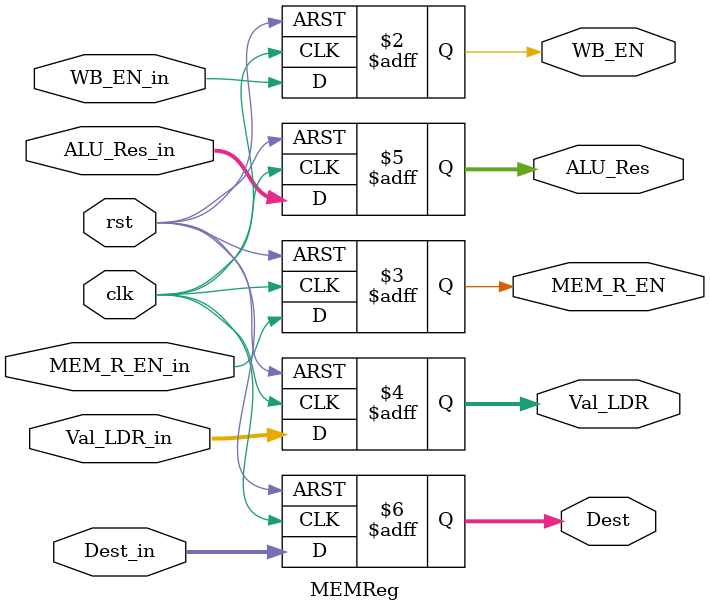
<source format=v>
module MEMReg (
	input clk,rst,
	input WB_EN_in, MEM_R_EN_in,
	input[7:0] Val_LDR_in,
	input[7:0] ALU_Res_in,
	input[1:0] Dest_in,
	//to next stage
	output reg WB_EN, MEM_R_EN,
	output reg [7:0] Val_LDR,
	output reg [7:0] ALU_Res,
	output reg [1:0] Dest
	);

	always@(posedge clk,posedge rst)begin
		if (rst) begin
			WB_EN = 0;
			MEM_R_EN = 0;
			Val_LDR = 0;
			ALU_Res = 0;
			Dest = 0;
		end
		else begin
			WB_EN 		= WB_EN_in ;
			MEM_R_EN 	= MEM_R_EN_in;
			Val_LDR 		= Val_LDR_in 	;
			ALU_Res 	= ALU_Res_in ;
			Dest 		= Dest_in 		;
		end
	end

endmodule
</source>
